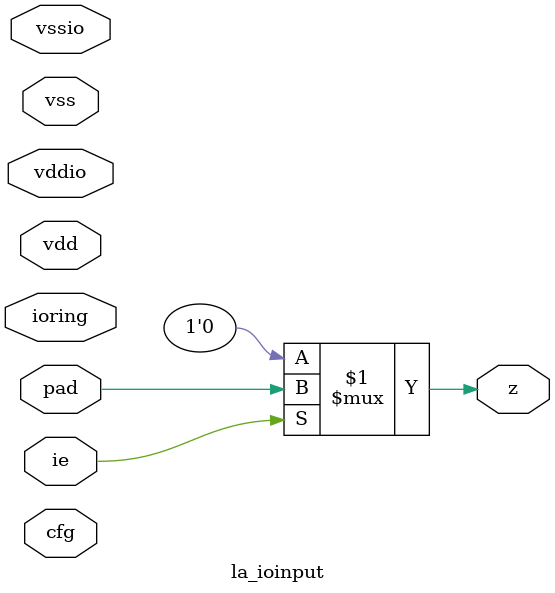
<source format=v>

/*****************************************************************************
 * Function: IO bi-directional buffer
 * Copyright: Lambda Project Authors. All rights Reserved.
 * License:  MIT (see LICENSE file in Lambda repository)
 *
 * Docs:
 *
 * This is a generic cell that defines the standard interface of the lambda
 * bidrectional buffer cell. It is only suitable for FPGA synthesis.
 *
 * ASIC specific libraries will need to use the TYPE field to select an
 * appropriate hardcoded physical cell based on the the process constraints
 * and library composition. For example, modern nodes will usually have
 * different IP cells for the placing cells vvertically or horizontally.
 *
 ****************************************************************************/
module la_ioinput #(
    parameter TYPE  = "DEFAULT",  // cell type
    parameter SIDE  = "NO",       // "NO", "SO", "EA", "WE"
    parameter CFGW  = 16,         // width of core config bus
    parameter RINGW = 8           // width of io ring
) (  // io pad signals
    inout              pad,     // bidirectional pad signal
    inout              vdd,     // core supply
    inout              vss,     // core ground
    inout              vddio,   // io supply
    inout              vssio,   // io ground
    // core facing signals
    output             z,       // output to core
    input              ie,      // input enable, 1 = active
    inout  [RINGW-1:0] ioring,  // generic io-ring interface
    input  [ CFGW-1:0] cfg      // generic config interface
);

    // to core
    assign z = ie ? pad : 1'b0;

endmodule

</source>
